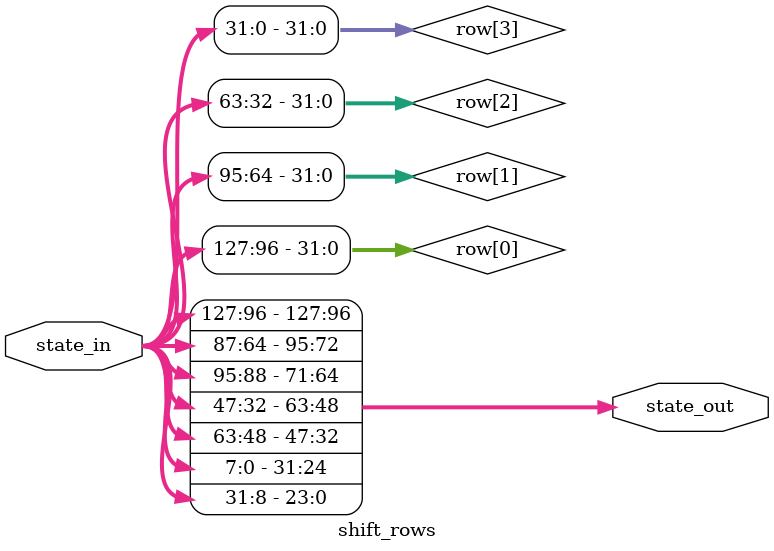
<source format=sv>
module shift_rows (
    input logic [127:0] state_in,
    output logic [127:0] state_out
);
    // Variables temporales para cada fila de la matriz 4x4
    logic [31:0] row [0:3];

    always_comb begin
        // Dividir el estado en filas de 32 bits (4 bytes por fila)
        row[0] = state_in[127:96];  
        row[1] = state_in[95:64];   
        row[2] = state_in[63:32];   
        row[3] = state_in[31:0];    

        // Aplicar el desplazamiento circular a cada fila
        state_out[127:96]  = row[0];                          // Primera fila (sin cambios)
        state_out[95:64]   = {row[1][23:0], row[1][31:24]};   // Segunda fila (rotar 1 byte a la izquierda)
        state_out[63:32]   = {row[2][15:0], row[2][31:16]};   // Tercera fila (rotar 2 bytes a la izquierda)
        state_out[31:0]    = {row[3][7:0], row[3][31:8]};     // Cuarta fila (rotar 3 bytes a la izquierda)
    end
endmodule

</source>
